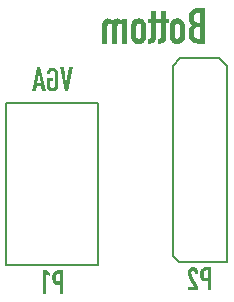
<source format=gbr>
%TF.GenerationSoftware,KiCad,Pcbnew,8.0.6*%
%TF.CreationDate,2024-11-06T21:47:20-05:00*%
%TF.ProjectId,VGA Input Board,56474120-496e-4707-9574-20426f617264,rev?*%
%TF.SameCoordinates,Original*%
%TF.FileFunction,Legend,Bot*%
%TF.FilePolarity,Positive*%
%FSLAX46Y46*%
G04 Gerber Fmt 4.6, Leading zero omitted, Abs format (unit mm)*
G04 Created by KiCad (PCBNEW 8.0.6) date 2024-11-06 21:47:20*
%MOMM*%
%LPD*%
G01*
G04 APERTURE LIST*
%ADD10C,0.150000*%
%ADD11C,0.152000*%
%ADD12C,0.100000*%
%ADD13C,0.200000*%
G04 APERTURE END LIST*
D10*
X148270000Y-93140000D02*
X156050000Y-93140000D01*
X156050000Y-106900000D01*
X148270000Y-106900000D01*
X148270000Y-93140000D01*
D11*
G36*
X165112421Y-88120000D02*
G01*
X164519644Y-88120000D01*
X164467334Y-88119169D01*
X164321257Y-88106719D01*
X164171412Y-88073310D01*
X164027293Y-88010226D01*
X163899755Y-87907508D01*
X163876242Y-87880217D01*
X163797359Y-87756455D01*
X163742748Y-87609336D01*
X163714874Y-87461449D01*
X163705582Y-87295680D01*
X163705582Y-87176245D01*
X164134228Y-87176245D01*
X164134778Y-87230879D01*
X164143021Y-87382142D01*
X164144784Y-87399639D01*
X164187718Y-87545540D01*
X164190133Y-87549771D01*
X164298360Y-87652519D01*
X164354984Y-87674629D01*
X164500593Y-87691353D01*
X164683775Y-87691353D01*
X164683775Y-86713161D01*
X164496196Y-86713161D01*
X164454130Y-86714140D01*
X164309351Y-86741004D01*
X164196510Y-86828199D01*
X164194199Y-86832024D01*
X164146685Y-86974745D01*
X164140663Y-87025344D01*
X164134228Y-87176245D01*
X163705582Y-87176245D01*
X163705582Y-87124954D01*
X163708261Y-87037611D01*
X163729694Y-86884562D01*
X163781786Y-86742470D01*
X163791555Y-86725239D01*
X163886169Y-86612797D01*
X164018457Y-86529979D01*
X163889164Y-86444423D01*
X163785450Y-86329944D01*
X163780581Y-86321987D01*
X163726099Y-86183398D01*
X163715279Y-86127542D01*
X163705582Y-85978967D01*
X163705582Y-85934270D01*
X164134228Y-85934270D01*
X164134299Y-85946543D01*
X164150167Y-86098973D01*
X164206769Y-86235422D01*
X164211440Y-86241733D01*
X164342506Y-86321074D01*
X164492533Y-86338004D01*
X164683775Y-86338004D01*
X164683775Y-85547390D01*
X164508653Y-85547390D01*
X164495501Y-85547485D01*
X164347968Y-85566043D01*
X164215561Y-85644842D01*
X164149796Y-85784024D01*
X164134228Y-85934270D01*
X163705582Y-85934270D01*
X163705582Y-85869790D01*
X163714598Y-85735344D01*
X163746615Y-85588422D01*
X163791975Y-85475702D01*
X163879972Y-85348087D01*
X163987133Y-85254481D01*
X164121039Y-85181758D01*
X164178433Y-85160343D01*
X164329180Y-85127605D01*
X164477145Y-85118743D01*
X165112421Y-85118743D01*
X165112421Y-88120000D01*
G37*
G36*
X162784703Y-85987599D02*
G01*
X162931808Y-86009869D01*
X163076901Y-86069825D01*
X163085584Y-86075053D01*
X163200549Y-86166179D01*
X163291591Y-86289644D01*
X163315238Y-86338543D01*
X163354605Y-86480886D01*
X163364875Y-86564657D01*
X163371458Y-86717557D01*
X163371458Y-87412916D01*
X163369467Y-87498318D01*
X163354605Y-87648855D01*
X163344347Y-87701520D01*
X163291591Y-87840830D01*
X163286856Y-87849341D01*
X163193776Y-87971111D01*
X163076901Y-88060648D01*
X163031471Y-88084502D01*
X162888657Y-88129782D01*
X162735450Y-88143447D01*
X162686036Y-88142153D01*
X162538726Y-88120079D01*
X162393998Y-88060648D01*
X162385270Y-88055421D01*
X162269801Y-87964295D01*
X162178576Y-87840830D01*
X162154928Y-87791873D01*
X162115561Y-87648855D01*
X162105292Y-87564843D01*
X162098709Y-87412916D01*
X162098709Y-86717557D01*
X162100165Y-86654542D01*
X162527355Y-86654542D01*
X162527355Y-87475198D01*
X162529338Y-87518149D01*
X162583775Y-87655450D01*
X162594570Y-87666056D01*
X162735450Y-87714801D01*
X162747205Y-87714569D01*
X162887124Y-87655450D01*
X162911488Y-87621653D01*
X162942812Y-87475198D01*
X162942812Y-86654542D01*
X162940854Y-86611618D01*
X162887124Y-86475024D01*
X162876204Y-86464286D01*
X162735450Y-86414940D01*
X162717806Y-86415468D01*
X162583775Y-86475024D01*
X162559091Y-86508500D01*
X162527355Y-86654542D01*
X162100165Y-86654542D01*
X162100700Y-86631408D01*
X162115561Y-86480886D01*
X162125819Y-86428541D01*
X162178576Y-86289644D01*
X162183311Y-86281133D01*
X162276597Y-86159362D01*
X162393998Y-86069825D01*
X162439236Y-86045761D01*
X162581889Y-86000080D01*
X162735450Y-85986294D01*
X162784703Y-85987599D01*
G37*
G36*
X161777773Y-86009741D02*
G01*
X161777773Y-85329769D01*
X161349127Y-85329769D01*
X161349127Y-86009741D01*
X161114654Y-86009741D01*
X161114654Y-86338004D01*
X161349127Y-86338004D01*
X161349127Y-87486922D01*
X161335938Y-87601960D01*
X161293440Y-87662777D01*
X161220900Y-87687690D01*
X161114654Y-87691353D01*
X161114654Y-88120000D01*
X161283914Y-88120000D01*
X161434703Y-88103984D01*
X161519120Y-88074570D01*
X161642858Y-87987237D01*
X161669330Y-87957334D01*
X161743151Y-87824354D01*
X161752128Y-87796866D01*
X161777147Y-87649474D01*
X161777773Y-87623210D01*
X161777773Y-86338004D01*
X162005652Y-86338004D01*
X162005652Y-86009741D01*
X161777773Y-86009741D01*
G37*
G36*
X160921946Y-86009741D02*
G01*
X160921946Y-85329769D01*
X160493300Y-85329769D01*
X160493300Y-86009741D01*
X160258827Y-86009741D01*
X160258827Y-86338004D01*
X160493300Y-86338004D01*
X160493300Y-87486922D01*
X160480111Y-87601960D01*
X160437613Y-87662777D01*
X160365073Y-87687690D01*
X160258827Y-87691353D01*
X160258827Y-88120000D01*
X160428087Y-88120000D01*
X160578876Y-88103984D01*
X160663293Y-88074570D01*
X160787031Y-87987237D01*
X160813503Y-87957334D01*
X160887324Y-87824354D01*
X160896301Y-87796866D01*
X160921320Y-87649474D01*
X160921946Y-87623210D01*
X160921946Y-86338004D01*
X161149825Y-86338004D01*
X161149825Y-86009741D01*
X160921946Y-86009741D01*
G37*
G36*
X159519664Y-85987599D02*
G01*
X159666770Y-86009869D01*
X159811863Y-86069825D01*
X159820546Y-86075053D01*
X159935511Y-86166179D01*
X160026552Y-86289644D01*
X160050200Y-86338543D01*
X160089567Y-86480886D01*
X160099836Y-86564657D01*
X160106420Y-86717557D01*
X160106420Y-87412916D01*
X160104428Y-87498318D01*
X160089567Y-87648855D01*
X160079309Y-87701520D01*
X160026552Y-87840830D01*
X160021817Y-87849341D01*
X159928738Y-87971111D01*
X159811863Y-88060648D01*
X159766432Y-88084502D01*
X159623619Y-88129782D01*
X159470411Y-88143447D01*
X159420998Y-88142153D01*
X159273688Y-88120079D01*
X159128960Y-88060648D01*
X159120231Y-88055421D01*
X159004762Y-87964295D01*
X158913538Y-87840830D01*
X158889890Y-87791873D01*
X158850523Y-87648855D01*
X158840253Y-87564843D01*
X158833670Y-87412916D01*
X158833670Y-86717557D01*
X158835127Y-86654542D01*
X159262316Y-86654542D01*
X159262316Y-87475198D01*
X159264300Y-87518149D01*
X159318736Y-87655450D01*
X159329532Y-87666056D01*
X159470411Y-87714801D01*
X159482166Y-87714569D01*
X159622086Y-87655450D01*
X159646449Y-87621653D01*
X159677773Y-87475198D01*
X159677773Y-86654542D01*
X159675816Y-86611618D01*
X159622086Y-86475024D01*
X159611166Y-86464286D01*
X159470411Y-86414940D01*
X159452768Y-86415468D01*
X159318736Y-86475024D01*
X159294053Y-86508500D01*
X159262316Y-86654542D01*
X158835127Y-86654542D01*
X158835662Y-86631408D01*
X158850523Y-86480886D01*
X158860781Y-86428541D01*
X158913538Y-86289644D01*
X158918273Y-86281133D01*
X159011559Y-86159362D01*
X159128960Y-86069825D01*
X159174197Y-86045761D01*
X159316850Y-86000080D01*
X159470411Y-85986294D01*
X159519664Y-85987599D01*
G37*
G36*
X158506140Y-88120000D02*
G01*
X158506140Y-86009741D01*
X158077494Y-86009741D01*
X158077494Y-86216371D01*
X158068702Y-86216371D01*
X157969826Y-86100079D01*
X157908967Y-86051507D01*
X157771695Y-85995465D01*
X157670097Y-85986294D01*
X157523401Y-86010059D01*
X157441486Y-86053705D01*
X157331479Y-86151275D01*
X157292009Y-86199518D01*
X157181203Y-86095488D01*
X157117620Y-86049309D01*
X156977898Y-85996694D01*
X156851639Y-85986294D01*
X156704597Y-86008560D01*
X156688974Y-86013405D01*
X156560534Y-86084193D01*
X156539497Y-86102798D01*
X156450518Y-86222027D01*
X156431053Y-86263265D01*
X156394223Y-86410106D01*
X156389288Y-86502135D01*
X156389288Y-88120000D01*
X156817934Y-88120000D01*
X156817934Y-86663335D01*
X156848022Y-86517705D01*
X156871423Y-86481618D01*
X157005683Y-86415526D01*
X157023831Y-86414940D01*
X157165278Y-86460557D01*
X157188695Y-86489678D01*
X157229855Y-86630886D01*
X157233391Y-86705101D01*
X157233391Y-88120000D01*
X157662037Y-88120000D01*
X157662037Y-86663335D01*
X157692125Y-86517705D01*
X157715526Y-86481618D01*
X157849184Y-86415526D01*
X157867201Y-86414940D01*
X158008649Y-86460557D01*
X158032065Y-86489678D01*
X158073901Y-86630886D01*
X158077494Y-86705101D01*
X158077494Y-88120000D01*
X158506140Y-88120000D01*
G37*
G36*
X152812100Y-90139162D02*
G01*
X153220474Y-92140000D01*
X153472532Y-92140000D01*
X153878464Y-90139162D01*
X153576091Y-90139162D01*
X153349434Y-91535743D01*
X153344061Y-91535743D01*
X153114472Y-90139162D01*
X152812100Y-90139162D01*
G37*
G36*
X152650900Y-90620809D02*
G01*
X152642765Y-90520992D01*
X152615996Y-90425873D01*
X152608401Y-90408318D01*
X152558820Y-90323810D01*
X152495073Y-90254933D01*
X152412572Y-90197557D01*
X152340711Y-90165540D01*
X152242978Y-90140656D01*
X152166322Y-90134766D01*
X152068022Y-90144503D01*
X151992421Y-90165540D01*
X151899942Y-90208972D01*
X151834640Y-90254933D01*
X151769666Y-90329015D01*
X151724242Y-90408806D01*
X151692368Y-90508213D01*
X151681910Y-90606815D01*
X151681744Y-90621786D01*
X151681744Y-90721926D01*
X151967508Y-90721926D01*
X151967508Y-90621786D01*
X151986210Y-90522593D01*
X152026615Y-90469378D01*
X152117815Y-90425300D01*
X152165833Y-90420530D01*
X152262795Y-90441567D01*
X152306029Y-90469378D01*
X152358151Y-90557054D01*
X152365135Y-90621786D01*
X152365135Y-91669099D01*
X152346434Y-91767897D01*
X152306029Y-91821018D01*
X152214367Y-91865097D01*
X152165833Y-91869867D01*
X152069733Y-91848830D01*
X152026615Y-91821018D01*
X151974492Y-91733553D01*
X151967508Y-91669099D01*
X151967508Y-91295896D01*
X152200516Y-91295896D01*
X152200516Y-91045792D01*
X151681744Y-91045792D01*
X151681744Y-91670565D01*
X151689878Y-91773494D01*
X151716647Y-91868420D01*
X151724242Y-91885498D01*
X151776565Y-91971412D01*
X151834640Y-92033021D01*
X151914690Y-92089732D01*
X151992421Y-92125345D01*
X152089759Y-92149834D01*
X152166322Y-92155631D01*
X152264776Y-92146048D01*
X152340711Y-92125345D01*
X152431867Y-92080986D01*
X152495073Y-92033021D01*
X152562334Y-91962054D01*
X152608401Y-91885010D01*
X152640275Y-91786580D01*
X152650734Y-91685628D01*
X152650900Y-91670076D01*
X152650900Y-90620809D01*
G37*
G36*
X151578673Y-92140000D02*
G01*
X151292909Y-92140000D01*
X151208890Y-91702316D01*
X150819567Y-91702316D01*
X150735547Y-92140000D01*
X150450271Y-92140000D01*
X150611175Y-91416552D01*
X150872812Y-91416552D01*
X151158576Y-91416552D01*
X151018380Y-90704829D01*
X151013007Y-90704829D01*
X150872812Y-91416552D01*
X150611175Y-91416552D01*
X150895282Y-90139162D01*
X151133174Y-90139162D01*
X151578673Y-92140000D01*
G37*
D12*
G36*
X165605247Y-109020000D02*
G01*
X165319483Y-109020000D01*
X165319483Y-108242819D01*
X165171472Y-108242819D01*
X165103321Y-108240201D01*
X165000521Y-108223531D01*
X164909155Y-108188108D01*
X164890823Y-108177372D01*
X164809721Y-108112099D01*
X164749909Y-108033747D01*
X164709659Y-107954800D01*
X164682986Y-107859357D01*
X164679323Y-107835376D01*
X164669934Y-107733753D01*
X164667355Y-107630746D01*
X164669125Y-107545292D01*
X164672308Y-107505694D01*
X164953119Y-107505694D01*
X164953119Y-107536438D01*
X164953119Y-107634166D01*
X164953119Y-107665187D01*
X164953119Y-107766057D01*
X164953141Y-107769733D01*
X164975589Y-107865708D01*
X165046420Y-107933119D01*
X165083949Y-107946746D01*
X165181242Y-107957055D01*
X165319483Y-107957055D01*
X165319483Y-107304926D01*
X165170983Y-107304926D01*
X165141033Y-107305785D01*
X165043000Y-107329351D01*
X164975589Y-107399204D01*
X164971573Y-107407942D01*
X164953119Y-107505694D01*
X164672308Y-107505694D01*
X164677343Y-107443046D01*
X164695687Y-107344982D01*
X164699347Y-107331839D01*
X164738230Y-107240076D01*
X164797292Y-107160334D01*
X164870200Y-107096772D01*
X164961912Y-107050425D01*
X164973320Y-107046639D01*
X165072697Y-107025146D01*
X165171472Y-107019162D01*
X165605247Y-107019162D01*
X165605247Y-109020000D01*
G37*
G36*
X164497362Y-109020000D02*
G01*
X164497362Y-108750844D01*
X163984452Y-107783154D01*
X163947090Y-107692290D01*
X163940488Y-107656636D01*
X163934907Y-107555349D01*
X163934626Y-107521325D01*
X163934626Y-107444633D01*
X163948792Y-107373314D01*
X163990802Y-107322023D01*
X164071891Y-107300530D01*
X164166695Y-107330619D01*
X164173984Y-107337166D01*
X164211267Y-107430366D01*
X164211597Y-107443168D01*
X164211597Y-107604856D01*
X164497362Y-107604856D01*
X164497362Y-107448541D01*
X164486852Y-107351134D01*
X164464145Y-107280502D01*
X164415337Y-107194406D01*
X164371821Y-107143237D01*
X164293434Y-107079544D01*
X164237976Y-107049937D01*
X164141203Y-107020570D01*
X164070425Y-107014766D01*
X163972637Y-107023674D01*
X163878939Y-107055310D01*
X163797709Y-107110196D01*
X163746071Y-107165708D01*
X163696202Y-107255547D01*
X163672798Y-107324954D01*
X163654121Y-107422967D01*
X163648862Y-107514487D01*
X163648862Y-107613138D01*
X163648862Y-107635631D01*
X163657166Y-107729420D01*
X163685498Y-107818813D01*
X163728685Y-107908213D01*
X163738743Y-107927745D01*
X164161283Y-108734235D01*
X163648862Y-108734235D01*
X163648862Y-109020000D01*
X164497362Y-109020000D01*
G37*
D10*
G36*
X153095247Y-109310000D02*
G01*
X152809483Y-109310000D01*
X152809483Y-108532819D01*
X152661472Y-108532819D01*
X152593321Y-108530201D01*
X152490521Y-108513531D01*
X152399155Y-108478108D01*
X152380823Y-108467372D01*
X152299721Y-108402099D01*
X152239909Y-108323747D01*
X152199659Y-108244800D01*
X152172986Y-108149357D01*
X152169323Y-108125376D01*
X152159934Y-108023753D01*
X152157355Y-107920746D01*
X152159125Y-107835292D01*
X152162308Y-107795694D01*
X152443119Y-107795694D01*
X152443119Y-107826438D01*
X152443119Y-107924166D01*
X152443119Y-107955187D01*
X152443119Y-108056057D01*
X152443141Y-108059733D01*
X152465589Y-108155708D01*
X152536420Y-108223119D01*
X152573949Y-108236746D01*
X152671242Y-108247055D01*
X152809483Y-108247055D01*
X152809483Y-107594926D01*
X152660983Y-107594926D01*
X152631033Y-107595785D01*
X152533000Y-107619351D01*
X152465589Y-107689204D01*
X152461573Y-107697942D01*
X152443119Y-107795694D01*
X152162308Y-107795694D01*
X152167343Y-107733046D01*
X152185687Y-107634982D01*
X152189347Y-107621839D01*
X152228230Y-107530076D01*
X152287292Y-107450334D01*
X152360200Y-107386772D01*
X152451912Y-107340425D01*
X152463320Y-107336639D01*
X152562697Y-107315146D01*
X152661472Y-107309162D01*
X153095247Y-107309162D01*
X153095247Y-109310000D01*
G37*
G36*
X151643468Y-109310000D02*
G01*
X151643468Y-107612512D01*
X151924835Y-107823538D01*
X151924835Y-107519699D01*
X151643468Y-107309162D01*
X151357704Y-107309162D01*
X151357704Y-109310000D01*
X151643468Y-109310000D01*
G37*
D13*
%TO.C,P2*%
X166950000Y-90010000D02*
X166950000Y-106630000D01*
X162860000Y-106630000D01*
X162330000Y-106100000D01*
X162330000Y-90000000D01*
X162990000Y-89340000D01*
X166280000Y-89340000D01*
X166950000Y-90010000D01*
%TD*%
M02*

</source>
